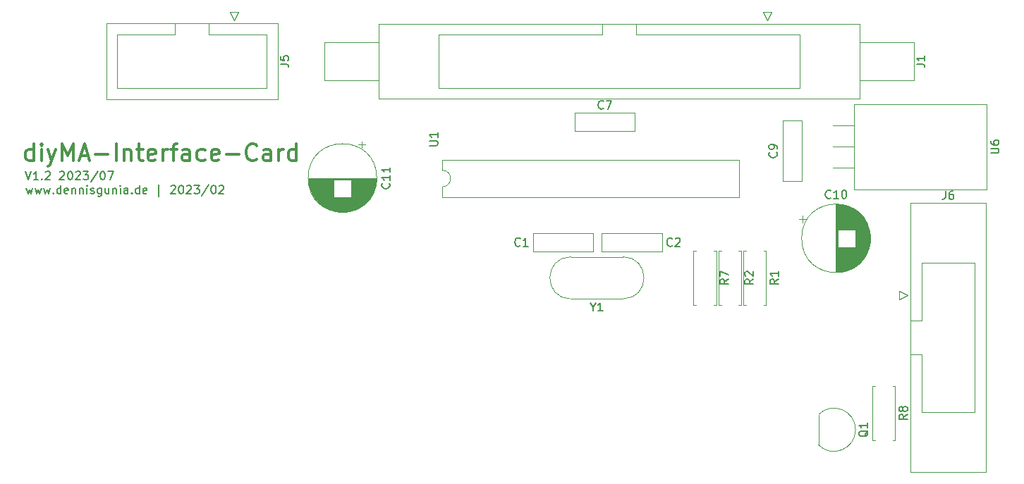
<source format=gbr>
%TF.GenerationSoftware,KiCad,Pcbnew,7.0.5*%
%TF.CreationDate,2023-07-07T19:02:18+02:00*%
%TF.ProjectId,Processor_Board,50726f63-6573-4736-9f72-5f426f617264,rev?*%
%TF.SameCoordinates,Original*%
%TF.FileFunction,Legend,Top*%
%TF.FilePolarity,Positive*%
%FSLAX46Y46*%
G04 Gerber Fmt 4.6, Leading zero omitted, Abs format (unit mm)*
G04 Created by KiCad (PCBNEW 7.0.5) date 2023-07-07 19:02:18*
%MOMM*%
%LPD*%
G01*
G04 APERTURE LIST*
%ADD10C,0.150000*%
%ADD11C,0.300000*%
%ADD12C,0.200000*%
%ADD13C,0.120000*%
G04 APERTURE END LIST*
D10*
X42964286Y-148954819D02*
X43297619Y-149954819D01*
X43297619Y-149954819D02*
X43630952Y-148954819D01*
X44488095Y-149954819D02*
X43916667Y-149954819D01*
X44202381Y-149954819D02*
X44202381Y-148954819D01*
X44202381Y-148954819D02*
X44107143Y-149097676D01*
X44107143Y-149097676D02*
X44011905Y-149192914D01*
X44011905Y-149192914D02*
X43916667Y-149240533D01*
X44916667Y-149859580D02*
X44964286Y-149907200D01*
X44964286Y-149907200D02*
X44916667Y-149954819D01*
X44916667Y-149954819D02*
X44869048Y-149907200D01*
X44869048Y-149907200D02*
X44916667Y-149859580D01*
X44916667Y-149859580D02*
X44916667Y-149954819D01*
X45345238Y-149050057D02*
X45392857Y-149002438D01*
X45392857Y-149002438D02*
X45488095Y-148954819D01*
X45488095Y-148954819D02*
X45726190Y-148954819D01*
X45726190Y-148954819D02*
X45821428Y-149002438D01*
X45821428Y-149002438D02*
X45869047Y-149050057D01*
X45869047Y-149050057D02*
X45916666Y-149145295D01*
X45916666Y-149145295D02*
X45916666Y-149240533D01*
X45916666Y-149240533D02*
X45869047Y-149383390D01*
X45869047Y-149383390D02*
X45297619Y-149954819D01*
X45297619Y-149954819D02*
X45916666Y-149954819D01*
X47059524Y-149050057D02*
X47107143Y-149002438D01*
X47107143Y-149002438D02*
X47202381Y-148954819D01*
X47202381Y-148954819D02*
X47440476Y-148954819D01*
X47440476Y-148954819D02*
X47535714Y-149002438D01*
X47535714Y-149002438D02*
X47583333Y-149050057D01*
X47583333Y-149050057D02*
X47630952Y-149145295D01*
X47630952Y-149145295D02*
X47630952Y-149240533D01*
X47630952Y-149240533D02*
X47583333Y-149383390D01*
X47583333Y-149383390D02*
X47011905Y-149954819D01*
X47011905Y-149954819D02*
X47630952Y-149954819D01*
X48250000Y-148954819D02*
X48345238Y-148954819D01*
X48345238Y-148954819D02*
X48440476Y-149002438D01*
X48440476Y-149002438D02*
X48488095Y-149050057D01*
X48488095Y-149050057D02*
X48535714Y-149145295D01*
X48535714Y-149145295D02*
X48583333Y-149335771D01*
X48583333Y-149335771D02*
X48583333Y-149573866D01*
X48583333Y-149573866D02*
X48535714Y-149764342D01*
X48535714Y-149764342D02*
X48488095Y-149859580D01*
X48488095Y-149859580D02*
X48440476Y-149907200D01*
X48440476Y-149907200D02*
X48345238Y-149954819D01*
X48345238Y-149954819D02*
X48250000Y-149954819D01*
X48250000Y-149954819D02*
X48154762Y-149907200D01*
X48154762Y-149907200D02*
X48107143Y-149859580D01*
X48107143Y-149859580D02*
X48059524Y-149764342D01*
X48059524Y-149764342D02*
X48011905Y-149573866D01*
X48011905Y-149573866D02*
X48011905Y-149335771D01*
X48011905Y-149335771D02*
X48059524Y-149145295D01*
X48059524Y-149145295D02*
X48107143Y-149050057D01*
X48107143Y-149050057D02*
X48154762Y-149002438D01*
X48154762Y-149002438D02*
X48250000Y-148954819D01*
X48964286Y-149050057D02*
X49011905Y-149002438D01*
X49011905Y-149002438D02*
X49107143Y-148954819D01*
X49107143Y-148954819D02*
X49345238Y-148954819D01*
X49345238Y-148954819D02*
X49440476Y-149002438D01*
X49440476Y-149002438D02*
X49488095Y-149050057D01*
X49488095Y-149050057D02*
X49535714Y-149145295D01*
X49535714Y-149145295D02*
X49535714Y-149240533D01*
X49535714Y-149240533D02*
X49488095Y-149383390D01*
X49488095Y-149383390D02*
X48916667Y-149954819D01*
X48916667Y-149954819D02*
X49535714Y-149954819D01*
X49869048Y-148954819D02*
X50488095Y-148954819D01*
X50488095Y-148954819D02*
X50154762Y-149335771D01*
X50154762Y-149335771D02*
X50297619Y-149335771D01*
X50297619Y-149335771D02*
X50392857Y-149383390D01*
X50392857Y-149383390D02*
X50440476Y-149431009D01*
X50440476Y-149431009D02*
X50488095Y-149526247D01*
X50488095Y-149526247D02*
X50488095Y-149764342D01*
X50488095Y-149764342D02*
X50440476Y-149859580D01*
X50440476Y-149859580D02*
X50392857Y-149907200D01*
X50392857Y-149907200D02*
X50297619Y-149954819D01*
X50297619Y-149954819D02*
X50011905Y-149954819D01*
X50011905Y-149954819D02*
X49916667Y-149907200D01*
X49916667Y-149907200D02*
X49869048Y-149859580D01*
X51630952Y-148907200D02*
X50773810Y-150192914D01*
X52154762Y-148954819D02*
X52250000Y-148954819D01*
X52250000Y-148954819D02*
X52345238Y-149002438D01*
X52345238Y-149002438D02*
X52392857Y-149050057D01*
X52392857Y-149050057D02*
X52440476Y-149145295D01*
X52440476Y-149145295D02*
X52488095Y-149335771D01*
X52488095Y-149335771D02*
X52488095Y-149573866D01*
X52488095Y-149573866D02*
X52440476Y-149764342D01*
X52440476Y-149764342D02*
X52392857Y-149859580D01*
X52392857Y-149859580D02*
X52345238Y-149907200D01*
X52345238Y-149907200D02*
X52250000Y-149954819D01*
X52250000Y-149954819D02*
X52154762Y-149954819D01*
X52154762Y-149954819D02*
X52059524Y-149907200D01*
X52059524Y-149907200D02*
X52011905Y-149859580D01*
X52011905Y-149859580D02*
X51964286Y-149764342D01*
X51964286Y-149764342D02*
X51916667Y-149573866D01*
X51916667Y-149573866D02*
X51916667Y-149335771D01*
X51916667Y-149335771D02*
X51964286Y-149145295D01*
X51964286Y-149145295D02*
X52011905Y-149050057D01*
X52011905Y-149050057D02*
X52059524Y-149002438D01*
X52059524Y-149002438D02*
X52154762Y-148954819D01*
X52821429Y-148954819D02*
X53488095Y-148954819D01*
X53488095Y-148954819D02*
X53059524Y-149954819D01*
D11*
X43916666Y-147659638D02*
X43916666Y-145659638D01*
X43916666Y-147564400D02*
X43726190Y-147659638D01*
X43726190Y-147659638D02*
X43345237Y-147659638D01*
X43345237Y-147659638D02*
X43154761Y-147564400D01*
X43154761Y-147564400D02*
X43059523Y-147469161D01*
X43059523Y-147469161D02*
X42964285Y-147278685D01*
X42964285Y-147278685D02*
X42964285Y-146707257D01*
X42964285Y-146707257D02*
X43059523Y-146516780D01*
X43059523Y-146516780D02*
X43154761Y-146421542D01*
X43154761Y-146421542D02*
X43345237Y-146326304D01*
X43345237Y-146326304D02*
X43726190Y-146326304D01*
X43726190Y-146326304D02*
X43916666Y-146421542D01*
X44869047Y-147659638D02*
X44869047Y-146326304D01*
X44869047Y-145659638D02*
X44773809Y-145754876D01*
X44773809Y-145754876D02*
X44869047Y-145850114D01*
X44869047Y-145850114D02*
X44964285Y-145754876D01*
X44964285Y-145754876D02*
X44869047Y-145659638D01*
X44869047Y-145659638D02*
X44869047Y-145850114D01*
X45630952Y-146326304D02*
X46107142Y-147659638D01*
X46583333Y-146326304D02*
X46107142Y-147659638D01*
X46107142Y-147659638D02*
X45916666Y-148135828D01*
X45916666Y-148135828D02*
X45821428Y-148231066D01*
X45821428Y-148231066D02*
X45630952Y-148326304D01*
X47345238Y-147659638D02*
X47345238Y-145659638D01*
X47345238Y-145659638D02*
X48011905Y-147088209D01*
X48011905Y-147088209D02*
X48678571Y-145659638D01*
X48678571Y-145659638D02*
X48678571Y-147659638D01*
X49535714Y-147088209D02*
X50488095Y-147088209D01*
X49345238Y-147659638D02*
X50011904Y-145659638D01*
X50011904Y-145659638D02*
X50678571Y-147659638D01*
X51345238Y-146897733D02*
X52869048Y-146897733D01*
X53821428Y-147659638D02*
X53821428Y-145659638D01*
X54773809Y-146326304D02*
X54773809Y-147659638D01*
X54773809Y-146516780D02*
X54869047Y-146421542D01*
X54869047Y-146421542D02*
X55059523Y-146326304D01*
X55059523Y-146326304D02*
X55345238Y-146326304D01*
X55345238Y-146326304D02*
X55535714Y-146421542D01*
X55535714Y-146421542D02*
X55630952Y-146612019D01*
X55630952Y-146612019D02*
X55630952Y-147659638D01*
X56297619Y-146326304D02*
X57059523Y-146326304D01*
X56583333Y-145659638D02*
X56583333Y-147373923D01*
X56583333Y-147373923D02*
X56678571Y-147564400D01*
X56678571Y-147564400D02*
X56869047Y-147659638D01*
X56869047Y-147659638D02*
X57059523Y-147659638D01*
X58488095Y-147564400D02*
X58297619Y-147659638D01*
X58297619Y-147659638D02*
X57916666Y-147659638D01*
X57916666Y-147659638D02*
X57726190Y-147564400D01*
X57726190Y-147564400D02*
X57630952Y-147373923D01*
X57630952Y-147373923D02*
X57630952Y-146612019D01*
X57630952Y-146612019D02*
X57726190Y-146421542D01*
X57726190Y-146421542D02*
X57916666Y-146326304D01*
X57916666Y-146326304D02*
X58297619Y-146326304D01*
X58297619Y-146326304D02*
X58488095Y-146421542D01*
X58488095Y-146421542D02*
X58583333Y-146612019D01*
X58583333Y-146612019D02*
X58583333Y-146802495D01*
X58583333Y-146802495D02*
X57630952Y-146992971D01*
X59440476Y-147659638D02*
X59440476Y-146326304D01*
X59440476Y-146707257D02*
X59535714Y-146516780D01*
X59535714Y-146516780D02*
X59630952Y-146421542D01*
X59630952Y-146421542D02*
X59821428Y-146326304D01*
X59821428Y-146326304D02*
X60011905Y-146326304D01*
X60392857Y-146326304D02*
X61154761Y-146326304D01*
X60678571Y-147659638D02*
X60678571Y-145945352D01*
X60678571Y-145945352D02*
X60773809Y-145754876D01*
X60773809Y-145754876D02*
X60964285Y-145659638D01*
X60964285Y-145659638D02*
X61154761Y-145659638D01*
X62678571Y-147659638D02*
X62678571Y-146612019D01*
X62678571Y-146612019D02*
X62583333Y-146421542D01*
X62583333Y-146421542D02*
X62392857Y-146326304D01*
X62392857Y-146326304D02*
X62011904Y-146326304D01*
X62011904Y-146326304D02*
X61821428Y-146421542D01*
X62678571Y-147564400D02*
X62488095Y-147659638D01*
X62488095Y-147659638D02*
X62011904Y-147659638D01*
X62011904Y-147659638D02*
X61821428Y-147564400D01*
X61821428Y-147564400D02*
X61726190Y-147373923D01*
X61726190Y-147373923D02*
X61726190Y-147183447D01*
X61726190Y-147183447D02*
X61821428Y-146992971D01*
X61821428Y-146992971D02*
X62011904Y-146897733D01*
X62011904Y-146897733D02*
X62488095Y-146897733D01*
X62488095Y-146897733D02*
X62678571Y-146802495D01*
X64488095Y-147564400D02*
X64297619Y-147659638D01*
X64297619Y-147659638D02*
X63916666Y-147659638D01*
X63916666Y-147659638D02*
X63726190Y-147564400D01*
X63726190Y-147564400D02*
X63630952Y-147469161D01*
X63630952Y-147469161D02*
X63535714Y-147278685D01*
X63535714Y-147278685D02*
X63535714Y-146707257D01*
X63535714Y-146707257D02*
X63630952Y-146516780D01*
X63630952Y-146516780D02*
X63726190Y-146421542D01*
X63726190Y-146421542D02*
X63916666Y-146326304D01*
X63916666Y-146326304D02*
X64297619Y-146326304D01*
X64297619Y-146326304D02*
X64488095Y-146421542D01*
X66107143Y-147564400D02*
X65916667Y-147659638D01*
X65916667Y-147659638D02*
X65535714Y-147659638D01*
X65535714Y-147659638D02*
X65345238Y-147564400D01*
X65345238Y-147564400D02*
X65250000Y-147373923D01*
X65250000Y-147373923D02*
X65250000Y-146612019D01*
X65250000Y-146612019D02*
X65345238Y-146421542D01*
X65345238Y-146421542D02*
X65535714Y-146326304D01*
X65535714Y-146326304D02*
X65916667Y-146326304D01*
X65916667Y-146326304D02*
X66107143Y-146421542D01*
X66107143Y-146421542D02*
X66202381Y-146612019D01*
X66202381Y-146612019D02*
X66202381Y-146802495D01*
X66202381Y-146802495D02*
X65250000Y-146992971D01*
X67059524Y-146897733D02*
X68583334Y-146897733D01*
X70678571Y-147469161D02*
X70583333Y-147564400D01*
X70583333Y-147564400D02*
X70297619Y-147659638D01*
X70297619Y-147659638D02*
X70107143Y-147659638D01*
X70107143Y-147659638D02*
X69821428Y-147564400D01*
X69821428Y-147564400D02*
X69630952Y-147373923D01*
X69630952Y-147373923D02*
X69535714Y-147183447D01*
X69535714Y-147183447D02*
X69440476Y-146802495D01*
X69440476Y-146802495D02*
X69440476Y-146516780D01*
X69440476Y-146516780D02*
X69535714Y-146135828D01*
X69535714Y-146135828D02*
X69630952Y-145945352D01*
X69630952Y-145945352D02*
X69821428Y-145754876D01*
X69821428Y-145754876D02*
X70107143Y-145659638D01*
X70107143Y-145659638D02*
X70297619Y-145659638D01*
X70297619Y-145659638D02*
X70583333Y-145754876D01*
X70583333Y-145754876D02*
X70678571Y-145850114D01*
X72392857Y-147659638D02*
X72392857Y-146612019D01*
X72392857Y-146612019D02*
X72297619Y-146421542D01*
X72297619Y-146421542D02*
X72107143Y-146326304D01*
X72107143Y-146326304D02*
X71726190Y-146326304D01*
X71726190Y-146326304D02*
X71535714Y-146421542D01*
X72392857Y-147564400D02*
X72202381Y-147659638D01*
X72202381Y-147659638D02*
X71726190Y-147659638D01*
X71726190Y-147659638D02*
X71535714Y-147564400D01*
X71535714Y-147564400D02*
X71440476Y-147373923D01*
X71440476Y-147373923D02*
X71440476Y-147183447D01*
X71440476Y-147183447D02*
X71535714Y-146992971D01*
X71535714Y-146992971D02*
X71726190Y-146897733D01*
X71726190Y-146897733D02*
X72202381Y-146897733D01*
X72202381Y-146897733D02*
X72392857Y-146802495D01*
X73345238Y-147659638D02*
X73345238Y-146326304D01*
X73345238Y-146707257D02*
X73440476Y-146516780D01*
X73440476Y-146516780D02*
X73535714Y-146421542D01*
X73535714Y-146421542D02*
X73726190Y-146326304D01*
X73726190Y-146326304D02*
X73916667Y-146326304D01*
X75440476Y-147659638D02*
X75440476Y-145659638D01*
X75440476Y-147564400D02*
X75250000Y-147659638D01*
X75250000Y-147659638D02*
X74869047Y-147659638D01*
X74869047Y-147659638D02*
X74678571Y-147564400D01*
X74678571Y-147564400D02*
X74583333Y-147469161D01*
X74583333Y-147469161D02*
X74488095Y-147278685D01*
X74488095Y-147278685D02*
X74488095Y-146707257D01*
X74488095Y-146707257D02*
X74583333Y-146516780D01*
X74583333Y-146516780D02*
X74678571Y-146421542D01*
X74678571Y-146421542D02*
X74869047Y-146326304D01*
X74869047Y-146326304D02*
X75250000Y-146326304D01*
X75250000Y-146326304D02*
X75440476Y-146421542D01*
D12*
X43049048Y-150965552D02*
X43239524Y-151632219D01*
X43239524Y-151632219D02*
X43430000Y-151156028D01*
X43430000Y-151156028D02*
X43620476Y-151632219D01*
X43620476Y-151632219D02*
X43810952Y-150965552D01*
X44096667Y-150965552D02*
X44287143Y-151632219D01*
X44287143Y-151632219D02*
X44477619Y-151156028D01*
X44477619Y-151156028D02*
X44668095Y-151632219D01*
X44668095Y-151632219D02*
X44858571Y-150965552D01*
X45144286Y-150965552D02*
X45334762Y-151632219D01*
X45334762Y-151632219D02*
X45525238Y-151156028D01*
X45525238Y-151156028D02*
X45715714Y-151632219D01*
X45715714Y-151632219D02*
X45906190Y-150965552D01*
X46287143Y-151536980D02*
X46334762Y-151584600D01*
X46334762Y-151584600D02*
X46287143Y-151632219D01*
X46287143Y-151632219D02*
X46239524Y-151584600D01*
X46239524Y-151584600D02*
X46287143Y-151536980D01*
X46287143Y-151536980D02*
X46287143Y-151632219D01*
X47191904Y-151632219D02*
X47191904Y-150632219D01*
X47191904Y-151584600D02*
X47096666Y-151632219D01*
X47096666Y-151632219D02*
X46906190Y-151632219D01*
X46906190Y-151632219D02*
X46810952Y-151584600D01*
X46810952Y-151584600D02*
X46763333Y-151536980D01*
X46763333Y-151536980D02*
X46715714Y-151441742D01*
X46715714Y-151441742D02*
X46715714Y-151156028D01*
X46715714Y-151156028D02*
X46763333Y-151060790D01*
X46763333Y-151060790D02*
X46810952Y-151013171D01*
X46810952Y-151013171D02*
X46906190Y-150965552D01*
X46906190Y-150965552D02*
X47096666Y-150965552D01*
X47096666Y-150965552D02*
X47191904Y-151013171D01*
X48049047Y-151584600D02*
X47953809Y-151632219D01*
X47953809Y-151632219D02*
X47763333Y-151632219D01*
X47763333Y-151632219D02*
X47668095Y-151584600D01*
X47668095Y-151584600D02*
X47620476Y-151489361D01*
X47620476Y-151489361D02*
X47620476Y-151108409D01*
X47620476Y-151108409D02*
X47668095Y-151013171D01*
X47668095Y-151013171D02*
X47763333Y-150965552D01*
X47763333Y-150965552D02*
X47953809Y-150965552D01*
X47953809Y-150965552D02*
X48049047Y-151013171D01*
X48049047Y-151013171D02*
X48096666Y-151108409D01*
X48096666Y-151108409D02*
X48096666Y-151203647D01*
X48096666Y-151203647D02*
X47620476Y-151298885D01*
X48525238Y-150965552D02*
X48525238Y-151632219D01*
X48525238Y-151060790D02*
X48572857Y-151013171D01*
X48572857Y-151013171D02*
X48668095Y-150965552D01*
X48668095Y-150965552D02*
X48810952Y-150965552D01*
X48810952Y-150965552D02*
X48906190Y-151013171D01*
X48906190Y-151013171D02*
X48953809Y-151108409D01*
X48953809Y-151108409D02*
X48953809Y-151632219D01*
X49430000Y-150965552D02*
X49430000Y-151632219D01*
X49430000Y-151060790D02*
X49477619Y-151013171D01*
X49477619Y-151013171D02*
X49572857Y-150965552D01*
X49572857Y-150965552D02*
X49715714Y-150965552D01*
X49715714Y-150965552D02*
X49810952Y-151013171D01*
X49810952Y-151013171D02*
X49858571Y-151108409D01*
X49858571Y-151108409D02*
X49858571Y-151632219D01*
X50334762Y-151632219D02*
X50334762Y-150965552D01*
X50334762Y-150632219D02*
X50287143Y-150679838D01*
X50287143Y-150679838D02*
X50334762Y-150727457D01*
X50334762Y-150727457D02*
X50382381Y-150679838D01*
X50382381Y-150679838D02*
X50334762Y-150632219D01*
X50334762Y-150632219D02*
X50334762Y-150727457D01*
X50763333Y-151584600D02*
X50858571Y-151632219D01*
X50858571Y-151632219D02*
X51049047Y-151632219D01*
X51049047Y-151632219D02*
X51144285Y-151584600D01*
X51144285Y-151584600D02*
X51191904Y-151489361D01*
X51191904Y-151489361D02*
X51191904Y-151441742D01*
X51191904Y-151441742D02*
X51144285Y-151346504D01*
X51144285Y-151346504D02*
X51049047Y-151298885D01*
X51049047Y-151298885D02*
X50906190Y-151298885D01*
X50906190Y-151298885D02*
X50810952Y-151251266D01*
X50810952Y-151251266D02*
X50763333Y-151156028D01*
X50763333Y-151156028D02*
X50763333Y-151108409D01*
X50763333Y-151108409D02*
X50810952Y-151013171D01*
X50810952Y-151013171D02*
X50906190Y-150965552D01*
X50906190Y-150965552D02*
X51049047Y-150965552D01*
X51049047Y-150965552D02*
X51144285Y-151013171D01*
X52049047Y-150965552D02*
X52049047Y-151775076D01*
X52049047Y-151775076D02*
X52001428Y-151870314D01*
X52001428Y-151870314D02*
X51953809Y-151917933D01*
X51953809Y-151917933D02*
X51858571Y-151965552D01*
X51858571Y-151965552D02*
X51715714Y-151965552D01*
X51715714Y-151965552D02*
X51620476Y-151917933D01*
X52049047Y-151584600D02*
X51953809Y-151632219D01*
X51953809Y-151632219D02*
X51763333Y-151632219D01*
X51763333Y-151632219D02*
X51668095Y-151584600D01*
X51668095Y-151584600D02*
X51620476Y-151536980D01*
X51620476Y-151536980D02*
X51572857Y-151441742D01*
X51572857Y-151441742D02*
X51572857Y-151156028D01*
X51572857Y-151156028D02*
X51620476Y-151060790D01*
X51620476Y-151060790D02*
X51668095Y-151013171D01*
X51668095Y-151013171D02*
X51763333Y-150965552D01*
X51763333Y-150965552D02*
X51953809Y-150965552D01*
X51953809Y-150965552D02*
X52049047Y-151013171D01*
X52953809Y-150965552D02*
X52953809Y-151632219D01*
X52525238Y-150965552D02*
X52525238Y-151489361D01*
X52525238Y-151489361D02*
X52572857Y-151584600D01*
X52572857Y-151584600D02*
X52668095Y-151632219D01*
X52668095Y-151632219D02*
X52810952Y-151632219D01*
X52810952Y-151632219D02*
X52906190Y-151584600D01*
X52906190Y-151584600D02*
X52953809Y-151536980D01*
X53430000Y-150965552D02*
X53430000Y-151632219D01*
X53430000Y-151060790D02*
X53477619Y-151013171D01*
X53477619Y-151013171D02*
X53572857Y-150965552D01*
X53572857Y-150965552D02*
X53715714Y-150965552D01*
X53715714Y-150965552D02*
X53810952Y-151013171D01*
X53810952Y-151013171D02*
X53858571Y-151108409D01*
X53858571Y-151108409D02*
X53858571Y-151632219D01*
X54334762Y-151632219D02*
X54334762Y-150965552D01*
X54334762Y-150632219D02*
X54287143Y-150679838D01*
X54287143Y-150679838D02*
X54334762Y-150727457D01*
X54334762Y-150727457D02*
X54382381Y-150679838D01*
X54382381Y-150679838D02*
X54334762Y-150632219D01*
X54334762Y-150632219D02*
X54334762Y-150727457D01*
X55239523Y-151632219D02*
X55239523Y-151108409D01*
X55239523Y-151108409D02*
X55191904Y-151013171D01*
X55191904Y-151013171D02*
X55096666Y-150965552D01*
X55096666Y-150965552D02*
X54906190Y-150965552D01*
X54906190Y-150965552D02*
X54810952Y-151013171D01*
X55239523Y-151584600D02*
X55144285Y-151632219D01*
X55144285Y-151632219D02*
X54906190Y-151632219D01*
X54906190Y-151632219D02*
X54810952Y-151584600D01*
X54810952Y-151584600D02*
X54763333Y-151489361D01*
X54763333Y-151489361D02*
X54763333Y-151394123D01*
X54763333Y-151394123D02*
X54810952Y-151298885D01*
X54810952Y-151298885D02*
X54906190Y-151251266D01*
X54906190Y-151251266D02*
X55144285Y-151251266D01*
X55144285Y-151251266D02*
X55239523Y-151203647D01*
X55715714Y-151536980D02*
X55763333Y-151584600D01*
X55763333Y-151584600D02*
X55715714Y-151632219D01*
X55715714Y-151632219D02*
X55668095Y-151584600D01*
X55668095Y-151584600D02*
X55715714Y-151536980D01*
X55715714Y-151536980D02*
X55715714Y-151632219D01*
X56620475Y-151632219D02*
X56620475Y-150632219D01*
X56620475Y-151584600D02*
X56525237Y-151632219D01*
X56525237Y-151632219D02*
X56334761Y-151632219D01*
X56334761Y-151632219D02*
X56239523Y-151584600D01*
X56239523Y-151584600D02*
X56191904Y-151536980D01*
X56191904Y-151536980D02*
X56144285Y-151441742D01*
X56144285Y-151441742D02*
X56144285Y-151156028D01*
X56144285Y-151156028D02*
X56191904Y-151060790D01*
X56191904Y-151060790D02*
X56239523Y-151013171D01*
X56239523Y-151013171D02*
X56334761Y-150965552D01*
X56334761Y-150965552D02*
X56525237Y-150965552D01*
X56525237Y-150965552D02*
X56620475Y-151013171D01*
X57477618Y-151584600D02*
X57382380Y-151632219D01*
X57382380Y-151632219D02*
X57191904Y-151632219D01*
X57191904Y-151632219D02*
X57096666Y-151584600D01*
X57096666Y-151584600D02*
X57049047Y-151489361D01*
X57049047Y-151489361D02*
X57049047Y-151108409D01*
X57049047Y-151108409D02*
X57096666Y-151013171D01*
X57096666Y-151013171D02*
X57191904Y-150965552D01*
X57191904Y-150965552D02*
X57382380Y-150965552D01*
X57382380Y-150965552D02*
X57477618Y-151013171D01*
X57477618Y-151013171D02*
X57525237Y-151108409D01*
X57525237Y-151108409D02*
X57525237Y-151203647D01*
X57525237Y-151203647D02*
X57049047Y-151298885D01*
X58953809Y-151965552D02*
X58953809Y-150536980D01*
X60382381Y-150727457D02*
X60430000Y-150679838D01*
X60430000Y-150679838D02*
X60525238Y-150632219D01*
X60525238Y-150632219D02*
X60763333Y-150632219D01*
X60763333Y-150632219D02*
X60858571Y-150679838D01*
X60858571Y-150679838D02*
X60906190Y-150727457D01*
X60906190Y-150727457D02*
X60953809Y-150822695D01*
X60953809Y-150822695D02*
X60953809Y-150917933D01*
X60953809Y-150917933D02*
X60906190Y-151060790D01*
X60906190Y-151060790D02*
X60334762Y-151632219D01*
X60334762Y-151632219D02*
X60953809Y-151632219D01*
X61572857Y-150632219D02*
X61668095Y-150632219D01*
X61668095Y-150632219D02*
X61763333Y-150679838D01*
X61763333Y-150679838D02*
X61810952Y-150727457D01*
X61810952Y-150727457D02*
X61858571Y-150822695D01*
X61858571Y-150822695D02*
X61906190Y-151013171D01*
X61906190Y-151013171D02*
X61906190Y-151251266D01*
X61906190Y-151251266D02*
X61858571Y-151441742D01*
X61858571Y-151441742D02*
X61810952Y-151536980D01*
X61810952Y-151536980D02*
X61763333Y-151584600D01*
X61763333Y-151584600D02*
X61668095Y-151632219D01*
X61668095Y-151632219D02*
X61572857Y-151632219D01*
X61572857Y-151632219D02*
X61477619Y-151584600D01*
X61477619Y-151584600D02*
X61430000Y-151536980D01*
X61430000Y-151536980D02*
X61382381Y-151441742D01*
X61382381Y-151441742D02*
X61334762Y-151251266D01*
X61334762Y-151251266D02*
X61334762Y-151013171D01*
X61334762Y-151013171D02*
X61382381Y-150822695D01*
X61382381Y-150822695D02*
X61430000Y-150727457D01*
X61430000Y-150727457D02*
X61477619Y-150679838D01*
X61477619Y-150679838D02*
X61572857Y-150632219D01*
X62287143Y-150727457D02*
X62334762Y-150679838D01*
X62334762Y-150679838D02*
X62430000Y-150632219D01*
X62430000Y-150632219D02*
X62668095Y-150632219D01*
X62668095Y-150632219D02*
X62763333Y-150679838D01*
X62763333Y-150679838D02*
X62810952Y-150727457D01*
X62810952Y-150727457D02*
X62858571Y-150822695D01*
X62858571Y-150822695D02*
X62858571Y-150917933D01*
X62858571Y-150917933D02*
X62810952Y-151060790D01*
X62810952Y-151060790D02*
X62239524Y-151632219D01*
X62239524Y-151632219D02*
X62858571Y-151632219D01*
X63191905Y-150632219D02*
X63810952Y-150632219D01*
X63810952Y-150632219D02*
X63477619Y-151013171D01*
X63477619Y-151013171D02*
X63620476Y-151013171D01*
X63620476Y-151013171D02*
X63715714Y-151060790D01*
X63715714Y-151060790D02*
X63763333Y-151108409D01*
X63763333Y-151108409D02*
X63810952Y-151203647D01*
X63810952Y-151203647D02*
X63810952Y-151441742D01*
X63810952Y-151441742D02*
X63763333Y-151536980D01*
X63763333Y-151536980D02*
X63715714Y-151584600D01*
X63715714Y-151584600D02*
X63620476Y-151632219D01*
X63620476Y-151632219D02*
X63334762Y-151632219D01*
X63334762Y-151632219D02*
X63239524Y-151584600D01*
X63239524Y-151584600D02*
X63191905Y-151536980D01*
X64953809Y-150584600D02*
X64096667Y-151870314D01*
X65477619Y-150632219D02*
X65572857Y-150632219D01*
X65572857Y-150632219D02*
X65668095Y-150679838D01*
X65668095Y-150679838D02*
X65715714Y-150727457D01*
X65715714Y-150727457D02*
X65763333Y-150822695D01*
X65763333Y-150822695D02*
X65810952Y-151013171D01*
X65810952Y-151013171D02*
X65810952Y-151251266D01*
X65810952Y-151251266D02*
X65763333Y-151441742D01*
X65763333Y-151441742D02*
X65715714Y-151536980D01*
X65715714Y-151536980D02*
X65668095Y-151584600D01*
X65668095Y-151584600D02*
X65572857Y-151632219D01*
X65572857Y-151632219D02*
X65477619Y-151632219D01*
X65477619Y-151632219D02*
X65382381Y-151584600D01*
X65382381Y-151584600D02*
X65334762Y-151536980D01*
X65334762Y-151536980D02*
X65287143Y-151441742D01*
X65287143Y-151441742D02*
X65239524Y-151251266D01*
X65239524Y-151251266D02*
X65239524Y-151013171D01*
X65239524Y-151013171D02*
X65287143Y-150822695D01*
X65287143Y-150822695D02*
X65334762Y-150727457D01*
X65334762Y-150727457D02*
X65382381Y-150679838D01*
X65382381Y-150679838D02*
X65477619Y-150632219D01*
X66191905Y-150727457D02*
X66239524Y-150679838D01*
X66239524Y-150679838D02*
X66334762Y-150632219D01*
X66334762Y-150632219D02*
X66572857Y-150632219D01*
X66572857Y-150632219D02*
X66668095Y-150679838D01*
X66668095Y-150679838D02*
X66715714Y-150727457D01*
X66715714Y-150727457D02*
X66763333Y-150822695D01*
X66763333Y-150822695D02*
X66763333Y-150917933D01*
X66763333Y-150917933D02*
X66715714Y-151060790D01*
X66715714Y-151060790D02*
X66144286Y-151632219D01*
X66144286Y-151632219D02*
X66763333Y-151632219D01*
D10*
%TO.C,R2*%
X130324819Y-161916666D02*
X129848628Y-162249999D01*
X130324819Y-162488094D02*
X129324819Y-162488094D01*
X129324819Y-162488094D02*
X129324819Y-162107142D01*
X129324819Y-162107142D02*
X129372438Y-162011904D01*
X129372438Y-162011904D02*
X129420057Y-161964285D01*
X129420057Y-161964285D02*
X129515295Y-161916666D01*
X129515295Y-161916666D02*
X129658152Y-161916666D01*
X129658152Y-161916666D02*
X129753390Y-161964285D01*
X129753390Y-161964285D02*
X129801009Y-162011904D01*
X129801009Y-162011904D02*
X129848628Y-162107142D01*
X129848628Y-162107142D02*
X129848628Y-162488094D01*
X129420057Y-161535713D02*
X129372438Y-161488094D01*
X129372438Y-161488094D02*
X129324819Y-161392856D01*
X129324819Y-161392856D02*
X129324819Y-161154761D01*
X129324819Y-161154761D02*
X129372438Y-161059523D01*
X129372438Y-161059523D02*
X129420057Y-161011904D01*
X129420057Y-161011904D02*
X129515295Y-160964285D01*
X129515295Y-160964285D02*
X129610533Y-160964285D01*
X129610533Y-160964285D02*
X129753390Y-161011904D01*
X129753390Y-161011904D02*
X130324819Y-161583332D01*
X130324819Y-161583332D02*
X130324819Y-160964285D01*
%TO.C,R8*%
X148824819Y-178166666D02*
X148348628Y-178499999D01*
X148824819Y-178738094D02*
X147824819Y-178738094D01*
X147824819Y-178738094D02*
X147824819Y-178357142D01*
X147824819Y-178357142D02*
X147872438Y-178261904D01*
X147872438Y-178261904D02*
X147920057Y-178214285D01*
X147920057Y-178214285D02*
X148015295Y-178166666D01*
X148015295Y-178166666D02*
X148158152Y-178166666D01*
X148158152Y-178166666D02*
X148253390Y-178214285D01*
X148253390Y-178214285D02*
X148301009Y-178261904D01*
X148301009Y-178261904D02*
X148348628Y-178357142D01*
X148348628Y-178357142D02*
X148348628Y-178738094D01*
X148253390Y-177595237D02*
X148205771Y-177690475D01*
X148205771Y-177690475D02*
X148158152Y-177738094D01*
X148158152Y-177738094D02*
X148062914Y-177785713D01*
X148062914Y-177785713D02*
X148015295Y-177785713D01*
X148015295Y-177785713D02*
X147920057Y-177738094D01*
X147920057Y-177738094D02*
X147872438Y-177690475D01*
X147872438Y-177690475D02*
X147824819Y-177595237D01*
X147824819Y-177595237D02*
X147824819Y-177404761D01*
X147824819Y-177404761D02*
X147872438Y-177309523D01*
X147872438Y-177309523D02*
X147920057Y-177261904D01*
X147920057Y-177261904D02*
X148015295Y-177214285D01*
X148015295Y-177214285D02*
X148062914Y-177214285D01*
X148062914Y-177214285D02*
X148158152Y-177261904D01*
X148158152Y-177261904D02*
X148205771Y-177309523D01*
X148205771Y-177309523D02*
X148253390Y-177404761D01*
X148253390Y-177404761D02*
X148253390Y-177595237D01*
X148253390Y-177595237D02*
X148301009Y-177690475D01*
X148301009Y-177690475D02*
X148348628Y-177738094D01*
X148348628Y-177738094D02*
X148443866Y-177785713D01*
X148443866Y-177785713D02*
X148634342Y-177785713D01*
X148634342Y-177785713D02*
X148729580Y-177738094D01*
X148729580Y-177738094D02*
X148777200Y-177690475D01*
X148777200Y-177690475D02*
X148824819Y-177595237D01*
X148824819Y-177595237D02*
X148824819Y-177404761D01*
X148824819Y-177404761D02*
X148777200Y-177309523D01*
X148777200Y-177309523D02*
X148729580Y-177261904D01*
X148729580Y-177261904D02*
X148634342Y-177214285D01*
X148634342Y-177214285D02*
X148443866Y-177214285D01*
X148443866Y-177214285D02*
X148348628Y-177261904D01*
X148348628Y-177261904D02*
X148301009Y-177309523D01*
X148301009Y-177309523D02*
X148253390Y-177404761D01*
%TO.C,R7*%
X127324819Y-161916666D02*
X126848628Y-162249999D01*
X127324819Y-162488094D02*
X126324819Y-162488094D01*
X126324819Y-162488094D02*
X126324819Y-162107142D01*
X126324819Y-162107142D02*
X126372438Y-162011904D01*
X126372438Y-162011904D02*
X126420057Y-161964285D01*
X126420057Y-161964285D02*
X126515295Y-161916666D01*
X126515295Y-161916666D02*
X126658152Y-161916666D01*
X126658152Y-161916666D02*
X126753390Y-161964285D01*
X126753390Y-161964285D02*
X126801009Y-162011904D01*
X126801009Y-162011904D02*
X126848628Y-162107142D01*
X126848628Y-162107142D02*
X126848628Y-162488094D01*
X126324819Y-161583332D02*
X126324819Y-160916666D01*
X126324819Y-160916666D02*
X127324819Y-161345237D01*
%TO.C,R1*%
X133324819Y-161916666D02*
X132848628Y-162249999D01*
X133324819Y-162488094D02*
X132324819Y-162488094D01*
X132324819Y-162488094D02*
X132324819Y-162107142D01*
X132324819Y-162107142D02*
X132372438Y-162011904D01*
X132372438Y-162011904D02*
X132420057Y-161964285D01*
X132420057Y-161964285D02*
X132515295Y-161916666D01*
X132515295Y-161916666D02*
X132658152Y-161916666D01*
X132658152Y-161916666D02*
X132753390Y-161964285D01*
X132753390Y-161964285D02*
X132801009Y-162011904D01*
X132801009Y-162011904D02*
X132848628Y-162107142D01*
X132848628Y-162107142D02*
X132848628Y-162488094D01*
X133324819Y-160964285D02*
X133324819Y-161535713D01*
X133324819Y-161249999D02*
X132324819Y-161249999D01*
X132324819Y-161249999D02*
X132467676Y-161345237D01*
X132467676Y-161345237D02*
X132562914Y-161440475D01*
X132562914Y-161440475D02*
X132610533Y-161535713D01*
%TO.C,Q1*%
X144110057Y-180095238D02*
X144062438Y-180190476D01*
X144062438Y-180190476D02*
X143967200Y-180285714D01*
X143967200Y-180285714D02*
X143824342Y-180428571D01*
X143824342Y-180428571D02*
X143776723Y-180523809D01*
X143776723Y-180523809D02*
X143776723Y-180619047D01*
X144014819Y-180571428D02*
X143967200Y-180666666D01*
X143967200Y-180666666D02*
X143871961Y-180761904D01*
X143871961Y-180761904D02*
X143681485Y-180809523D01*
X143681485Y-180809523D02*
X143348152Y-180809523D01*
X143348152Y-180809523D02*
X143157676Y-180761904D01*
X143157676Y-180761904D02*
X143062438Y-180666666D01*
X143062438Y-180666666D02*
X143014819Y-180571428D01*
X143014819Y-180571428D02*
X143014819Y-180380952D01*
X143014819Y-180380952D02*
X143062438Y-180285714D01*
X143062438Y-180285714D02*
X143157676Y-180190476D01*
X143157676Y-180190476D02*
X143348152Y-180142857D01*
X143348152Y-180142857D02*
X143681485Y-180142857D01*
X143681485Y-180142857D02*
X143871961Y-180190476D01*
X143871961Y-180190476D02*
X143967200Y-180285714D01*
X143967200Y-180285714D02*
X144014819Y-180380952D01*
X144014819Y-180380952D02*
X144014819Y-180571428D01*
X144014819Y-179190476D02*
X144014819Y-179761904D01*
X144014819Y-179476190D02*
X143014819Y-179476190D01*
X143014819Y-179476190D02*
X143157676Y-179571428D01*
X143157676Y-179571428D02*
X143252914Y-179666666D01*
X143252914Y-179666666D02*
X143300533Y-179761904D01*
%TO.C,C10*%
X139607142Y-152109580D02*
X139559523Y-152157200D01*
X139559523Y-152157200D02*
X139416666Y-152204819D01*
X139416666Y-152204819D02*
X139321428Y-152204819D01*
X139321428Y-152204819D02*
X139178571Y-152157200D01*
X139178571Y-152157200D02*
X139083333Y-152061961D01*
X139083333Y-152061961D02*
X139035714Y-151966723D01*
X139035714Y-151966723D02*
X138988095Y-151776247D01*
X138988095Y-151776247D02*
X138988095Y-151633390D01*
X138988095Y-151633390D02*
X139035714Y-151442914D01*
X139035714Y-151442914D02*
X139083333Y-151347676D01*
X139083333Y-151347676D02*
X139178571Y-151252438D01*
X139178571Y-151252438D02*
X139321428Y-151204819D01*
X139321428Y-151204819D02*
X139416666Y-151204819D01*
X139416666Y-151204819D02*
X139559523Y-151252438D01*
X139559523Y-151252438D02*
X139607142Y-151300057D01*
X140559523Y-152204819D02*
X139988095Y-152204819D01*
X140273809Y-152204819D02*
X140273809Y-151204819D01*
X140273809Y-151204819D02*
X140178571Y-151347676D01*
X140178571Y-151347676D02*
X140083333Y-151442914D01*
X140083333Y-151442914D02*
X139988095Y-151490533D01*
X141178571Y-151204819D02*
X141273809Y-151204819D01*
X141273809Y-151204819D02*
X141369047Y-151252438D01*
X141369047Y-151252438D02*
X141416666Y-151300057D01*
X141416666Y-151300057D02*
X141464285Y-151395295D01*
X141464285Y-151395295D02*
X141511904Y-151585771D01*
X141511904Y-151585771D02*
X141511904Y-151823866D01*
X141511904Y-151823866D02*
X141464285Y-152014342D01*
X141464285Y-152014342D02*
X141416666Y-152109580D01*
X141416666Y-152109580D02*
X141369047Y-152157200D01*
X141369047Y-152157200D02*
X141273809Y-152204819D01*
X141273809Y-152204819D02*
X141178571Y-152204819D01*
X141178571Y-152204819D02*
X141083333Y-152157200D01*
X141083333Y-152157200D02*
X141035714Y-152109580D01*
X141035714Y-152109580D02*
X140988095Y-152014342D01*
X140988095Y-152014342D02*
X140940476Y-151823866D01*
X140940476Y-151823866D02*
X140940476Y-151585771D01*
X140940476Y-151585771D02*
X140988095Y-151395295D01*
X140988095Y-151395295D02*
X141035714Y-151300057D01*
X141035714Y-151300057D02*
X141083333Y-151252438D01*
X141083333Y-151252438D02*
X141178571Y-151204819D01*
%TO.C,C9*%
X133109580Y-146666666D02*
X133157200Y-146714285D01*
X133157200Y-146714285D02*
X133204819Y-146857142D01*
X133204819Y-146857142D02*
X133204819Y-146952380D01*
X133204819Y-146952380D02*
X133157200Y-147095237D01*
X133157200Y-147095237D02*
X133061961Y-147190475D01*
X133061961Y-147190475D02*
X132966723Y-147238094D01*
X132966723Y-147238094D02*
X132776247Y-147285713D01*
X132776247Y-147285713D02*
X132633390Y-147285713D01*
X132633390Y-147285713D02*
X132442914Y-147238094D01*
X132442914Y-147238094D02*
X132347676Y-147190475D01*
X132347676Y-147190475D02*
X132252438Y-147095237D01*
X132252438Y-147095237D02*
X132204819Y-146952380D01*
X132204819Y-146952380D02*
X132204819Y-146857142D01*
X132204819Y-146857142D02*
X132252438Y-146714285D01*
X132252438Y-146714285D02*
X132300057Y-146666666D01*
X133204819Y-146190475D02*
X133204819Y-145999999D01*
X133204819Y-145999999D02*
X133157200Y-145904761D01*
X133157200Y-145904761D02*
X133109580Y-145857142D01*
X133109580Y-145857142D02*
X132966723Y-145761904D01*
X132966723Y-145761904D02*
X132776247Y-145714285D01*
X132776247Y-145714285D02*
X132395295Y-145714285D01*
X132395295Y-145714285D02*
X132300057Y-145761904D01*
X132300057Y-145761904D02*
X132252438Y-145809523D01*
X132252438Y-145809523D02*
X132204819Y-145904761D01*
X132204819Y-145904761D02*
X132204819Y-146095237D01*
X132204819Y-146095237D02*
X132252438Y-146190475D01*
X132252438Y-146190475D02*
X132300057Y-146238094D01*
X132300057Y-146238094D02*
X132395295Y-146285713D01*
X132395295Y-146285713D02*
X132633390Y-146285713D01*
X132633390Y-146285713D02*
X132728628Y-146238094D01*
X132728628Y-146238094D02*
X132776247Y-146190475D01*
X132776247Y-146190475D02*
X132823866Y-146095237D01*
X132823866Y-146095237D02*
X132823866Y-145904761D01*
X132823866Y-145904761D02*
X132776247Y-145809523D01*
X132776247Y-145809523D02*
X132728628Y-145761904D01*
X132728628Y-145761904D02*
X132633390Y-145714285D01*
%TO.C,J1*%
X149924819Y-136063333D02*
X150639104Y-136063333D01*
X150639104Y-136063333D02*
X150781961Y-136110952D01*
X150781961Y-136110952D02*
X150877200Y-136206190D01*
X150877200Y-136206190D02*
X150924819Y-136349047D01*
X150924819Y-136349047D02*
X150924819Y-136444285D01*
X150924819Y-135063333D02*
X150924819Y-135634761D01*
X150924819Y-135349047D02*
X149924819Y-135349047D01*
X149924819Y-135349047D02*
X150067676Y-135444285D01*
X150067676Y-135444285D02*
X150162914Y-135539523D01*
X150162914Y-135539523D02*
X150210533Y-135634761D01*
%TO.C,J6*%
X153396666Y-151324819D02*
X153396666Y-152039104D01*
X153396666Y-152039104D02*
X153349047Y-152181961D01*
X153349047Y-152181961D02*
X153253809Y-152277200D01*
X153253809Y-152277200D02*
X153110952Y-152324819D01*
X153110952Y-152324819D02*
X153015714Y-152324819D01*
X154301428Y-151324819D02*
X154110952Y-151324819D01*
X154110952Y-151324819D02*
X154015714Y-151372438D01*
X154015714Y-151372438D02*
X153968095Y-151420057D01*
X153968095Y-151420057D02*
X153872857Y-151562914D01*
X153872857Y-151562914D02*
X153825238Y-151753390D01*
X153825238Y-151753390D02*
X153825238Y-152134342D01*
X153825238Y-152134342D02*
X153872857Y-152229580D01*
X153872857Y-152229580D02*
X153920476Y-152277200D01*
X153920476Y-152277200D02*
X154015714Y-152324819D01*
X154015714Y-152324819D02*
X154206190Y-152324819D01*
X154206190Y-152324819D02*
X154301428Y-152277200D01*
X154301428Y-152277200D02*
X154349047Y-152229580D01*
X154349047Y-152229580D02*
X154396666Y-152134342D01*
X154396666Y-152134342D02*
X154396666Y-151896247D01*
X154396666Y-151896247D02*
X154349047Y-151801009D01*
X154349047Y-151801009D02*
X154301428Y-151753390D01*
X154301428Y-151753390D02*
X154206190Y-151705771D01*
X154206190Y-151705771D02*
X154015714Y-151705771D01*
X154015714Y-151705771D02*
X153920476Y-151753390D01*
X153920476Y-151753390D02*
X153872857Y-151801009D01*
X153872857Y-151801009D02*
X153825238Y-151896247D01*
%TO.C,Y1*%
X111073809Y-165253628D02*
X111073809Y-165729819D01*
X110740476Y-164729819D02*
X111073809Y-165253628D01*
X111073809Y-165253628D02*
X111407142Y-164729819D01*
X112264285Y-165729819D02*
X111692857Y-165729819D01*
X111978571Y-165729819D02*
X111978571Y-164729819D01*
X111978571Y-164729819D02*
X111883333Y-164872676D01*
X111883333Y-164872676D02*
X111788095Y-164967914D01*
X111788095Y-164967914D02*
X111692857Y-165015533D01*
%TO.C,C2*%
X120583333Y-157859580D02*
X120535714Y-157907200D01*
X120535714Y-157907200D02*
X120392857Y-157954819D01*
X120392857Y-157954819D02*
X120297619Y-157954819D01*
X120297619Y-157954819D02*
X120154762Y-157907200D01*
X120154762Y-157907200D02*
X120059524Y-157811961D01*
X120059524Y-157811961D02*
X120011905Y-157716723D01*
X120011905Y-157716723D02*
X119964286Y-157526247D01*
X119964286Y-157526247D02*
X119964286Y-157383390D01*
X119964286Y-157383390D02*
X120011905Y-157192914D01*
X120011905Y-157192914D02*
X120059524Y-157097676D01*
X120059524Y-157097676D02*
X120154762Y-157002438D01*
X120154762Y-157002438D02*
X120297619Y-156954819D01*
X120297619Y-156954819D02*
X120392857Y-156954819D01*
X120392857Y-156954819D02*
X120535714Y-157002438D01*
X120535714Y-157002438D02*
X120583333Y-157050057D01*
X120964286Y-157050057D02*
X121011905Y-157002438D01*
X121011905Y-157002438D02*
X121107143Y-156954819D01*
X121107143Y-156954819D02*
X121345238Y-156954819D01*
X121345238Y-156954819D02*
X121440476Y-157002438D01*
X121440476Y-157002438D02*
X121488095Y-157050057D01*
X121488095Y-157050057D02*
X121535714Y-157145295D01*
X121535714Y-157145295D02*
X121535714Y-157240533D01*
X121535714Y-157240533D02*
X121488095Y-157383390D01*
X121488095Y-157383390D02*
X120916667Y-157954819D01*
X120916667Y-157954819D02*
X121535714Y-157954819D01*
%TO.C,J5*%
X73554819Y-136063333D02*
X74269104Y-136063333D01*
X74269104Y-136063333D02*
X74411961Y-136110952D01*
X74411961Y-136110952D02*
X74507200Y-136206190D01*
X74507200Y-136206190D02*
X74554819Y-136349047D01*
X74554819Y-136349047D02*
X74554819Y-136444285D01*
X73554819Y-135110952D02*
X73554819Y-135587142D01*
X73554819Y-135587142D02*
X74031009Y-135634761D01*
X74031009Y-135634761D02*
X73983390Y-135587142D01*
X73983390Y-135587142D02*
X73935771Y-135491904D01*
X73935771Y-135491904D02*
X73935771Y-135253809D01*
X73935771Y-135253809D02*
X73983390Y-135158571D01*
X73983390Y-135158571D02*
X74031009Y-135110952D01*
X74031009Y-135110952D02*
X74126247Y-135063333D01*
X74126247Y-135063333D02*
X74364342Y-135063333D01*
X74364342Y-135063333D02*
X74459580Y-135110952D01*
X74459580Y-135110952D02*
X74507200Y-135158571D01*
X74507200Y-135158571D02*
X74554819Y-135253809D01*
X74554819Y-135253809D02*
X74554819Y-135491904D01*
X74554819Y-135491904D02*
X74507200Y-135587142D01*
X74507200Y-135587142D02*
X74459580Y-135634761D01*
%TO.C,C11*%
X86609580Y-150392857D02*
X86657200Y-150440476D01*
X86657200Y-150440476D02*
X86704819Y-150583333D01*
X86704819Y-150583333D02*
X86704819Y-150678571D01*
X86704819Y-150678571D02*
X86657200Y-150821428D01*
X86657200Y-150821428D02*
X86561961Y-150916666D01*
X86561961Y-150916666D02*
X86466723Y-150964285D01*
X86466723Y-150964285D02*
X86276247Y-151011904D01*
X86276247Y-151011904D02*
X86133390Y-151011904D01*
X86133390Y-151011904D02*
X85942914Y-150964285D01*
X85942914Y-150964285D02*
X85847676Y-150916666D01*
X85847676Y-150916666D02*
X85752438Y-150821428D01*
X85752438Y-150821428D02*
X85704819Y-150678571D01*
X85704819Y-150678571D02*
X85704819Y-150583333D01*
X85704819Y-150583333D02*
X85752438Y-150440476D01*
X85752438Y-150440476D02*
X85800057Y-150392857D01*
X86704819Y-149440476D02*
X86704819Y-150011904D01*
X86704819Y-149726190D02*
X85704819Y-149726190D01*
X85704819Y-149726190D02*
X85847676Y-149821428D01*
X85847676Y-149821428D02*
X85942914Y-149916666D01*
X85942914Y-149916666D02*
X85990533Y-150011904D01*
X86704819Y-148488095D02*
X86704819Y-149059523D01*
X86704819Y-148773809D02*
X85704819Y-148773809D01*
X85704819Y-148773809D02*
X85847676Y-148869047D01*
X85847676Y-148869047D02*
X85942914Y-148964285D01*
X85942914Y-148964285D02*
X85990533Y-149059523D01*
%TO.C,C1*%
X102333333Y-157859580D02*
X102285714Y-157907200D01*
X102285714Y-157907200D02*
X102142857Y-157954819D01*
X102142857Y-157954819D02*
X102047619Y-157954819D01*
X102047619Y-157954819D02*
X101904762Y-157907200D01*
X101904762Y-157907200D02*
X101809524Y-157811961D01*
X101809524Y-157811961D02*
X101761905Y-157716723D01*
X101761905Y-157716723D02*
X101714286Y-157526247D01*
X101714286Y-157526247D02*
X101714286Y-157383390D01*
X101714286Y-157383390D02*
X101761905Y-157192914D01*
X101761905Y-157192914D02*
X101809524Y-157097676D01*
X101809524Y-157097676D02*
X101904762Y-157002438D01*
X101904762Y-157002438D02*
X102047619Y-156954819D01*
X102047619Y-156954819D02*
X102142857Y-156954819D01*
X102142857Y-156954819D02*
X102285714Y-157002438D01*
X102285714Y-157002438D02*
X102333333Y-157050057D01*
X103285714Y-157954819D02*
X102714286Y-157954819D01*
X103000000Y-157954819D02*
X103000000Y-156954819D01*
X103000000Y-156954819D02*
X102904762Y-157097676D01*
X102904762Y-157097676D02*
X102809524Y-157192914D01*
X102809524Y-157192914D02*
X102714286Y-157240533D01*
%TO.C,U6*%
X158804819Y-146761904D02*
X159614342Y-146761904D01*
X159614342Y-146761904D02*
X159709580Y-146714285D01*
X159709580Y-146714285D02*
X159757200Y-146666666D01*
X159757200Y-146666666D02*
X159804819Y-146571428D01*
X159804819Y-146571428D02*
X159804819Y-146380952D01*
X159804819Y-146380952D02*
X159757200Y-146285714D01*
X159757200Y-146285714D02*
X159709580Y-146238095D01*
X159709580Y-146238095D02*
X159614342Y-146190476D01*
X159614342Y-146190476D02*
X158804819Y-146190476D01*
X158804819Y-145285714D02*
X158804819Y-145476190D01*
X158804819Y-145476190D02*
X158852438Y-145571428D01*
X158852438Y-145571428D02*
X158900057Y-145619047D01*
X158900057Y-145619047D02*
X159042914Y-145714285D01*
X159042914Y-145714285D02*
X159233390Y-145761904D01*
X159233390Y-145761904D02*
X159614342Y-145761904D01*
X159614342Y-145761904D02*
X159709580Y-145714285D01*
X159709580Y-145714285D02*
X159757200Y-145666666D01*
X159757200Y-145666666D02*
X159804819Y-145571428D01*
X159804819Y-145571428D02*
X159804819Y-145380952D01*
X159804819Y-145380952D02*
X159757200Y-145285714D01*
X159757200Y-145285714D02*
X159709580Y-145238095D01*
X159709580Y-145238095D02*
X159614342Y-145190476D01*
X159614342Y-145190476D02*
X159376247Y-145190476D01*
X159376247Y-145190476D02*
X159281009Y-145238095D01*
X159281009Y-145238095D02*
X159233390Y-145285714D01*
X159233390Y-145285714D02*
X159185771Y-145380952D01*
X159185771Y-145380952D02*
X159185771Y-145571428D01*
X159185771Y-145571428D02*
X159233390Y-145666666D01*
X159233390Y-145666666D02*
X159281009Y-145714285D01*
X159281009Y-145714285D02*
X159376247Y-145761904D01*
%TO.C,U1*%
X91424819Y-145856904D02*
X92234342Y-145856904D01*
X92234342Y-145856904D02*
X92329580Y-145809285D01*
X92329580Y-145809285D02*
X92377200Y-145761666D01*
X92377200Y-145761666D02*
X92424819Y-145666428D01*
X92424819Y-145666428D02*
X92424819Y-145475952D01*
X92424819Y-145475952D02*
X92377200Y-145380714D01*
X92377200Y-145380714D02*
X92329580Y-145333095D01*
X92329580Y-145333095D02*
X92234342Y-145285476D01*
X92234342Y-145285476D02*
X91424819Y-145285476D01*
X92424819Y-144285476D02*
X92424819Y-144856904D01*
X92424819Y-144571190D02*
X91424819Y-144571190D01*
X91424819Y-144571190D02*
X91567676Y-144666428D01*
X91567676Y-144666428D02*
X91662914Y-144761666D01*
X91662914Y-144761666D02*
X91710533Y-144856904D01*
%TO.C,C7*%
X112333333Y-141359580D02*
X112285714Y-141407200D01*
X112285714Y-141407200D02*
X112142857Y-141454819D01*
X112142857Y-141454819D02*
X112047619Y-141454819D01*
X112047619Y-141454819D02*
X111904762Y-141407200D01*
X111904762Y-141407200D02*
X111809524Y-141311961D01*
X111809524Y-141311961D02*
X111761905Y-141216723D01*
X111761905Y-141216723D02*
X111714286Y-141026247D01*
X111714286Y-141026247D02*
X111714286Y-140883390D01*
X111714286Y-140883390D02*
X111761905Y-140692914D01*
X111761905Y-140692914D02*
X111809524Y-140597676D01*
X111809524Y-140597676D02*
X111904762Y-140502438D01*
X111904762Y-140502438D02*
X112047619Y-140454819D01*
X112047619Y-140454819D02*
X112142857Y-140454819D01*
X112142857Y-140454819D02*
X112285714Y-140502438D01*
X112285714Y-140502438D02*
X112333333Y-140550057D01*
X112666667Y-140454819D02*
X113333333Y-140454819D01*
X113333333Y-140454819D02*
X112904762Y-141454819D01*
D13*
%TO.C,R2*%
X126130000Y-165020000D02*
X126460000Y-165020000D01*
X128870000Y-158480000D02*
X128870000Y-165020000D01*
X126130000Y-158480000D02*
X126130000Y-165020000D01*
X126460000Y-158480000D02*
X126130000Y-158480000D01*
X128540000Y-158480000D02*
X128870000Y-158480000D01*
X128870000Y-165020000D02*
X128540000Y-165020000D01*
%TO.C,R8*%
X144630000Y-181270000D02*
X144960000Y-181270000D01*
X147370000Y-174730000D02*
X147370000Y-181270000D01*
X144630000Y-174730000D02*
X144630000Y-181270000D01*
X144960000Y-174730000D02*
X144630000Y-174730000D01*
X147040000Y-174730000D02*
X147370000Y-174730000D01*
X147370000Y-181270000D02*
X147040000Y-181270000D01*
%TO.C,R7*%
X123130000Y-165020000D02*
X123460000Y-165020000D01*
X125870000Y-158480000D02*
X125870000Y-165020000D01*
X123130000Y-158480000D02*
X123130000Y-165020000D01*
X123460000Y-158480000D02*
X123130000Y-158480000D01*
X125540000Y-158480000D02*
X125870000Y-158480000D01*
X125870000Y-165020000D02*
X125540000Y-165020000D01*
%TO.C,R1*%
X129130000Y-165020000D02*
X129460000Y-165020000D01*
X131870000Y-158480000D02*
X131870000Y-165020000D01*
X129130000Y-158480000D02*
X129130000Y-165020000D01*
X129460000Y-158480000D02*
X129130000Y-158480000D01*
X131540000Y-158480000D02*
X131870000Y-158480000D01*
X131870000Y-165020000D02*
X131540000Y-165020000D01*
%TO.C,Q1*%
X138150000Y-178200000D02*
X138150000Y-181800000D01*
X138161522Y-181838478D02*
G75*
G03*
X142600000Y-180000000I1838478J1838478D01*
G01*
X142600000Y-180000000D02*
G75*
G03*
X138161522Y-178161522I-2600000J0D01*
G01*
%TO.C,C10*%
X135840302Y-154685000D02*
X136640302Y-154685000D01*
X136240302Y-154285000D02*
X136240302Y-155085000D01*
X140250000Y-152920000D02*
X140250000Y-161080000D01*
X140290000Y-152920000D02*
X140290000Y-161080000D01*
X140330000Y-152920000D02*
X140330000Y-161080000D01*
X140370000Y-152921000D02*
X140370000Y-161079000D01*
X140410000Y-152923000D02*
X140410000Y-161077000D01*
X140450000Y-152924000D02*
X140450000Y-161076000D01*
X140490000Y-152926000D02*
X140490000Y-155960000D01*
X140490000Y-158040000D02*
X140490000Y-161074000D01*
X140530000Y-152929000D02*
X140530000Y-155960000D01*
X140530000Y-158040000D02*
X140530000Y-161071000D01*
X140570000Y-152932000D02*
X140570000Y-155960000D01*
X140570000Y-158040000D02*
X140570000Y-161068000D01*
X140610000Y-152935000D02*
X140610000Y-155960000D01*
X140610000Y-158040000D02*
X140610000Y-161065000D01*
X140650000Y-152939000D02*
X140650000Y-155960000D01*
X140650000Y-158040000D02*
X140650000Y-161061000D01*
X140690000Y-152943000D02*
X140690000Y-155960000D01*
X140690000Y-158040000D02*
X140690000Y-161057000D01*
X140730000Y-152948000D02*
X140730000Y-155960000D01*
X140730000Y-158040000D02*
X140730000Y-161052000D01*
X140770000Y-152952000D02*
X140770000Y-155960000D01*
X140770000Y-158040000D02*
X140770000Y-161048000D01*
X140810000Y-152958000D02*
X140810000Y-155960000D01*
X140810000Y-158040000D02*
X140810000Y-161042000D01*
X140850000Y-152963000D02*
X140850000Y-155960000D01*
X140850000Y-158040000D02*
X140850000Y-161037000D01*
X140890000Y-152970000D02*
X140890000Y-155960000D01*
X140890000Y-158040000D02*
X140890000Y-161030000D01*
X140930000Y-152976000D02*
X140930000Y-155960000D01*
X140930000Y-158040000D02*
X140930000Y-161024000D01*
X140971000Y-152983000D02*
X140971000Y-155960000D01*
X140971000Y-158040000D02*
X140971000Y-161017000D01*
X141011000Y-152990000D02*
X141011000Y-155960000D01*
X141011000Y-158040000D02*
X141011000Y-161010000D01*
X141051000Y-152998000D02*
X141051000Y-155960000D01*
X141051000Y-158040000D02*
X141051000Y-161002000D01*
X141091000Y-153006000D02*
X141091000Y-155960000D01*
X141091000Y-158040000D02*
X141091000Y-160994000D01*
X141131000Y-153015000D02*
X141131000Y-155960000D01*
X141131000Y-158040000D02*
X141131000Y-160985000D01*
X141171000Y-153024000D02*
X141171000Y-155960000D01*
X141171000Y-158040000D02*
X141171000Y-160976000D01*
X141211000Y-153033000D02*
X141211000Y-155960000D01*
X141211000Y-158040000D02*
X141211000Y-160967000D01*
X141251000Y-153043000D02*
X141251000Y-155960000D01*
X141251000Y-158040000D02*
X141251000Y-160957000D01*
X141291000Y-153053000D02*
X141291000Y-155960000D01*
X141291000Y-158040000D02*
X141291000Y-160947000D01*
X141331000Y-153064000D02*
X141331000Y-155960000D01*
X141331000Y-158040000D02*
X141331000Y-160936000D01*
X141371000Y-153075000D02*
X141371000Y-155960000D01*
X141371000Y-158040000D02*
X141371000Y-160925000D01*
X141411000Y-153086000D02*
X141411000Y-155960000D01*
X141411000Y-158040000D02*
X141411000Y-160914000D01*
X141451000Y-153098000D02*
X141451000Y-155960000D01*
X141451000Y-158040000D02*
X141451000Y-160902000D01*
X141491000Y-153111000D02*
X141491000Y-155960000D01*
X141491000Y-158040000D02*
X141491000Y-160889000D01*
X141531000Y-153123000D02*
X141531000Y-155960000D01*
X141531000Y-158040000D02*
X141531000Y-160877000D01*
X141571000Y-153137000D02*
X141571000Y-155960000D01*
X141571000Y-158040000D02*
X141571000Y-160863000D01*
X141611000Y-153150000D02*
X141611000Y-155960000D01*
X141611000Y-158040000D02*
X141611000Y-160850000D01*
X141651000Y-153165000D02*
X141651000Y-155960000D01*
X141651000Y-158040000D02*
X141651000Y-160835000D01*
X141691000Y-153179000D02*
X141691000Y-155960000D01*
X141691000Y-158040000D02*
X141691000Y-160821000D01*
X141731000Y-153195000D02*
X141731000Y-155960000D01*
X141731000Y-158040000D02*
X141731000Y-160805000D01*
X141771000Y-153210000D02*
X141771000Y-155960000D01*
X141771000Y-158040000D02*
X141771000Y-160790000D01*
X141811000Y-153226000D02*
X141811000Y-155960000D01*
X141811000Y-158040000D02*
X141811000Y-160774000D01*
X141851000Y-153243000D02*
X141851000Y-155960000D01*
X141851000Y-158040000D02*
X141851000Y-160757000D01*
X141891000Y-153260000D02*
X141891000Y-155960000D01*
X141891000Y-158040000D02*
X141891000Y-160740000D01*
X141931000Y-153278000D02*
X141931000Y-155960000D01*
X141931000Y-158040000D02*
X141931000Y-160722000D01*
X141971000Y-153296000D02*
X141971000Y-155960000D01*
X141971000Y-158040000D02*
X141971000Y-160704000D01*
X142011000Y-153314000D02*
X142011000Y-155960000D01*
X142011000Y-158040000D02*
X142011000Y-160686000D01*
X142051000Y-153334000D02*
X142051000Y-155960000D01*
X142051000Y-158040000D02*
X142051000Y-160666000D01*
X142091000Y-153353000D02*
X142091000Y-155960000D01*
X142091000Y-158040000D02*
X142091000Y-160647000D01*
X142131000Y-153373000D02*
X142131000Y-155960000D01*
X142131000Y-158040000D02*
X142131000Y-160627000D01*
X142171000Y-153394000D02*
X142171000Y-155960000D01*
X142171000Y-158040000D02*
X142171000Y-160606000D01*
X142211000Y-153416000D02*
X142211000Y-155960000D01*
X142211000Y-158040000D02*
X142211000Y-160584000D01*
X142251000Y-153438000D02*
X142251000Y-155960000D01*
X142251000Y-158040000D02*
X142251000Y-160562000D01*
X142291000Y-153460000D02*
X142291000Y-155960000D01*
X142291000Y-158040000D02*
X142291000Y-160540000D01*
X142331000Y-153483000D02*
X142331000Y-155960000D01*
X142331000Y-158040000D02*
X142331000Y-160517000D01*
X142371000Y-153507000D02*
X142371000Y-155960000D01*
X142371000Y-158040000D02*
X142371000Y-160493000D01*
X142411000Y-153531000D02*
X142411000Y-155960000D01*
X142411000Y-158040000D02*
X142411000Y-160469000D01*
X142451000Y-153556000D02*
X142451000Y-155960000D01*
X142451000Y-158040000D02*
X142451000Y-160444000D01*
X142491000Y-153582000D02*
X142491000Y-155960000D01*
X142491000Y-158040000D02*
X142491000Y-160418000D01*
X142531000Y-153608000D02*
X142531000Y-155960000D01*
X142531000Y-158040000D02*
X142531000Y-160392000D01*
X142571000Y-153635000D02*
X142571000Y-160365000D01*
X142611000Y-153662000D02*
X142611000Y-160338000D01*
X142651000Y-153691000D02*
X142651000Y-160309000D01*
X142691000Y-153720000D02*
X142691000Y-160280000D01*
X142731000Y-153750000D02*
X142731000Y-160250000D01*
X142771000Y-153780000D02*
X142771000Y-160220000D01*
X142811000Y-153811000D02*
X142811000Y-160189000D01*
X142851000Y-153844000D02*
X142851000Y-160156000D01*
X142891000Y-153876000D02*
X142891000Y-160124000D01*
X142931000Y-153910000D02*
X142931000Y-160090000D01*
X142971000Y-153945000D02*
X142971000Y-160055000D01*
X143011000Y-153981000D02*
X143011000Y-160019000D01*
X143051000Y-154017000D02*
X143051000Y-159983000D01*
X143091000Y-154055000D02*
X143091000Y-159945000D01*
X143131000Y-154093000D02*
X143131000Y-159907000D01*
X143171000Y-154133000D02*
X143171000Y-159867000D01*
X143211000Y-154174000D02*
X143211000Y-159826000D01*
X143251000Y-154216000D02*
X143251000Y-159784000D01*
X143291000Y-154259000D02*
X143291000Y-159741000D01*
X143331000Y-154303000D02*
X143331000Y-159697000D01*
X143371000Y-154349000D02*
X143371000Y-159651000D01*
X143411000Y-154396000D02*
X143411000Y-159604000D01*
X143451000Y-154444000D02*
X143451000Y-159556000D01*
X143491000Y-154495000D02*
X143491000Y-159505000D01*
X143531000Y-154546000D02*
X143531000Y-159454000D01*
X143571000Y-154600000D02*
X143571000Y-159400000D01*
X143611000Y-154655000D02*
X143611000Y-159345000D01*
X143651000Y-154713000D02*
X143651000Y-159287000D01*
X143691000Y-154772000D02*
X143691000Y-159228000D01*
X143731000Y-154834000D02*
X143731000Y-159166000D01*
X143771000Y-154898000D02*
X143771000Y-159102000D01*
X143811000Y-154966000D02*
X143811000Y-159034000D01*
X143851000Y-155036000D02*
X143851000Y-158964000D01*
X143891000Y-155110000D02*
X143891000Y-158890000D01*
X143931000Y-155187000D02*
X143931000Y-158813000D01*
X143971000Y-155269000D02*
X143971000Y-158731000D01*
X144011000Y-155355000D02*
X144011000Y-158645000D01*
X144051000Y-155448000D02*
X144051000Y-158552000D01*
X144091000Y-155547000D02*
X144091000Y-158453000D01*
X144131000Y-155654000D02*
X144131000Y-158346000D01*
X144171000Y-155771000D02*
X144171000Y-158229000D01*
X144211000Y-155902000D02*
X144211000Y-158098000D01*
X144251000Y-156052000D02*
X144251000Y-157948000D01*
X144291000Y-156232000D02*
X144291000Y-157768000D01*
X144331000Y-156467000D02*
X144331000Y-157533000D01*
X144370000Y-157000000D02*
G75*
G03*
X144370000Y-157000000I-4120000J0D01*
G01*
%TO.C,C9*%
X133880000Y-150120000D02*
X136120000Y-150120000D01*
X133880000Y-150120000D02*
X133880000Y-142880000D01*
X136120000Y-150120000D02*
X136120000Y-142880000D01*
X133880000Y-142880000D02*
X136120000Y-142880000D01*
%TO.C,J1*%
X132500000Y-129830000D02*
X131500000Y-129830000D01*
X131500000Y-129830000D02*
X132000000Y-130830000D01*
X132000000Y-130830000D02*
X132500000Y-129830000D01*
X143080000Y-131220000D02*
X143080000Y-140240000D01*
X116270000Y-131220000D02*
X116270000Y-132530000D01*
X85360000Y-131220000D02*
X143080000Y-131220000D01*
X135920000Y-132530000D02*
X135920000Y-138930000D01*
X116270000Y-132530000D02*
X135920000Y-132530000D01*
X112170000Y-132530000D02*
X112170000Y-131220000D01*
X112170000Y-132530000D02*
X112170000Y-132530000D01*
X92520000Y-132530000D02*
X112170000Y-132530000D01*
X149580000Y-133420000D02*
X149580000Y-138040000D01*
X143080000Y-133420000D02*
X149580000Y-133420000D01*
X85360000Y-133420000D02*
X78860000Y-133420000D01*
X78860000Y-133420000D02*
X78860000Y-138040000D01*
X149580000Y-138040000D02*
X143080000Y-138040000D01*
X78860000Y-138040000D02*
X85360000Y-138040000D01*
X135920000Y-138930000D02*
X92520000Y-138930000D01*
X92520000Y-138930000D02*
X92520000Y-132530000D01*
X143080000Y-140240000D02*
X85360000Y-140240000D01*
X85360000Y-140240000D02*
X85360000Y-131220000D01*
%TO.C,J6*%
X147830000Y-163340000D02*
X147830000Y-164340000D01*
X147830000Y-164340000D02*
X148830000Y-163840000D01*
X148830000Y-163840000D02*
X147830000Y-163340000D01*
X149220000Y-152760000D02*
X158240000Y-152760000D01*
X149220000Y-166870000D02*
X150530000Y-166870000D01*
X149220000Y-185080000D02*
X149220000Y-152760000D01*
X150530000Y-159920000D02*
X156930000Y-159920000D01*
X150530000Y-166870000D02*
X150530000Y-159920000D01*
X150530000Y-170970000D02*
X149220000Y-170970000D01*
X150530000Y-170970000D02*
X150530000Y-170970000D01*
X150530000Y-177920000D02*
X150530000Y-170970000D01*
X156930000Y-159920000D02*
X156930000Y-177920000D01*
X156930000Y-177920000D02*
X150530000Y-177920000D01*
X158240000Y-152760000D02*
X158240000Y-185080000D01*
X158240000Y-185080000D02*
X149220000Y-185080000D01*
%TO.C,Y1*%
X108425000Y-159225000D02*
G75*
G03*
X108425000Y-164275000I0J-2525000D01*
G01*
X114675000Y-164275000D02*
G75*
G03*
X114675000Y-159225000I0J2525000D01*
G01*
X114675000Y-159225000D02*
X108425000Y-159225000D01*
X114675000Y-164275000D02*
X108425000Y-164275000D01*
%TO.C,C2*%
X119370000Y-158620000D02*
X119370000Y-156380000D01*
X119370000Y-158620000D02*
X112130000Y-158620000D01*
X119370000Y-156380000D02*
X112130000Y-156380000D01*
X112130000Y-158620000D02*
X112130000Y-156380000D01*
%TO.C,J5*%
X68500000Y-129780000D02*
X67500000Y-129780000D01*
X67500000Y-129780000D02*
X68000000Y-130780000D01*
X68000000Y-130780000D02*
X68500000Y-129780000D01*
X73210000Y-131170000D02*
X73210000Y-140290000D01*
X64970000Y-131170000D02*
X64970000Y-132480000D01*
X52630000Y-131170000D02*
X73210000Y-131170000D01*
X71910000Y-132480000D02*
X71910000Y-138980000D01*
X64970000Y-132480000D02*
X71910000Y-132480000D01*
X60870000Y-132480000D02*
X60870000Y-131170000D01*
X60870000Y-132480000D02*
X60870000Y-132480000D01*
X53930000Y-132480000D02*
X60870000Y-132480000D01*
X71910000Y-138980000D02*
X53930000Y-138980000D01*
X53930000Y-138980000D02*
X53930000Y-132480000D01*
X73210000Y-140290000D02*
X52630000Y-140290000D01*
X52630000Y-140290000D02*
X52630000Y-131170000D01*
%TO.C,C11*%
X83315000Y-145340302D02*
X83315000Y-146140302D01*
X83715000Y-145740302D02*
X82915000Y-145740302D01*
X85080000Y-149750000D02*
X76920000Y-149750000D01*
X85080000Y-149790000D02*
X76920000Y-149790000D01*
X85080000Y-149830000D02*
X76920000Y-149830000D01*
X85079000Y-149870000D02*
X76921000Y-149870000D01*
X85077000Y-149910000D02*
X76923000Y-149910000D01*
X85076000Y-149950000D02*
X76924000Y-149950000D01*
X85074000Y-149990000D02*
X82040000Y-149990000D01*
X79960000Y-149990000D02*
X76926000Y-149990000D01*
X85071000Y-150030000D02*
X82040000Y-150030000D01*
X79960000Y-150030000D02*
X76929000Y-150030000D01*
X85068000Y-150070000D02*
X82040000Y-150070000D01*
X79960000Y-150070000D02*
X76932000Y-150070000D01*
X85065000Y-150110000D02*
X82040000Y-150110000D01*
X79960000Y-150110000D02*
X76935000Y-150110000D01*
X85061000Y-150150000D02*
X82040000Y-150150000D01*
X79960000Y-150150000D02*
X76939000Y-150150000D01*
X85057000Y-150190000D02*
X82040000Y-150190000D01*
X79960000Y-150190000D02*
X76943000Y-150190000D01*
X85052000Y-150230000D02*
X82040000Y-150230000D01*
X79960000Y-150230000D02*
X76948000Y-150230000D01*
X85048000Y-150270000D02*
X82040000Y-150270000D01*
X79960000Y-150270000D02*
X76952000Y-150270000D01*
X85042000Y-150310000D02*
X82040000Y-150310000D01*
X79960000Y-150310000D02*
X76958000Y-150310000D01*
X85037000Y-150350000D02*
X82040000Y-150350000D01*
X79960000Y-150350000D02*
X76963000Y-150350000D01*
X85030000Y-150390000D02*
X82040000Y-150390000D01*
X79960000Y-150390000D02*
X76970000Y-150390000D01*
X85024000Y-150430000D02*
X82040000Y-150430000D01*
X79960000Y-150430000D02*
X76976000Y-150430000D01*
X85017000Y-150471000D02*
X82040000Y-150471000D01*
X79960000Y-150471000D02*
X76983000Y-150471000D01*
X85010000Y-150511000D02*
X82040000Y-150511000D01*
X79960000Y-150511000D02*
X76990000Y-150511000D01*
X85002000Y-150551000D02*
X82040000Y-150551000D01*
X79960000Y-150551000D02*
X76998000Y-150551000D01*
X84994000Y-150591000D02*
X82040000Y-150591000D01*
X79960000Y-150591000D02*
X77006000Y-150591000D01*
X84985000Y-150631000D02*
X82040000Y-150631000D01*
X79960000Y-150631000D02*
X77015000Y-150631000D01*
X84976000Y-150671000D02*
X82040000Y-150671000D01*
X79960000Y-150671000D02*
X77024000Y-150671000D01*
X84967000Y-150711000D02*
X82040000Y-150711000D01*
X79960000Y-150711000D02*
X77033000Y-150711000D01*
X84957000Y-150751000D02*
X82040000Y-150751000D01*
X79960000Y-150751000D02*
X77043000Y-150751000D01*
X84947000Y-150791000D02*
X82040000Y-150791000D01*
X79960000Y-150791000D02*
X77053000Y-150791000D01*
X84936000Y-150831000D02*
X82040000Y-150831000D01*
X79960000Y-150831000D02*
X77064000Y-150831000D01*
X84925000Y-150871000D02*
X82040000Y-150871000D01*
X79960000Y-150871000D02*
X77075000Y-150871000D01*
X84914000Y-150911000D02*
X82040000Y-150911000D01*
X79960000Y-150911000D02*
X77086000Y-150911000D01*
X84902000Y-150951000D02*
X82040000Y-150951000D01*
X79960000Y-150951000D02*
X77098000Y-150951000D01*
X84889000Y-150991000D02*
X82040000Y-150991000D01*
X79960000Y-150991000D02*
X77111000Y-150991000D01*
X84877000Y-151031000D02*
X82040000Y-151031000D01*
X79960000Y-151031000D02*
X77123000Y-151031000D01*
X84863000Y-151071000D02*
X82040000Y-151071000D01*
X79960000Y-151071000D02*
X77137000Y-151071000D01*
X84850000Y-151111000D02*
X82040000Y-151111000D01*
X79960000Y-151111000D02*
X77150000Y-151111000D01*
X84835000Y-151151000D02*
X82040000Y-151151000D01*
X79960000Y-151151000D02*
X77165000Y-151151000D01*
X84821000Y-151191000D02*
X82040000Y-151191000D01*
X79960000Y-151191000D02*
X77179000Y-151191000D01*
X84805000Y-151231000D02*
X82040000Y-151231000D01*
X79960000Y-151231000D02*
X77195000Y-151231000D01*
X84790000Y-151271000D02*
X82040000Y-151271000D01*
X79960000Y-151271000D02*
X77210000Y-151271000D01*
X84774000Y-151311000D02*
X82040000Y-151311000D01*
X79960000Y-151311000D02*
X77226000Y-151311000D01*
X84757000Y-151351000D02*
X82040000Y-151351000D01*
X79960000Y-151351000D02*
X77243000Y-151351000D01*
X84740000Y-151391000D02*
X82040000Y-151391000D01*
X79960000Y-151391000D02*
X77260000Y-151391000D01*
X84722000Y-151431000D02*
X82040000Y-151431000D01*
X79960000Y-151431000D02*
X77278000Y-151431000D01*
X84704000Y-151471000D02*
X82040000Y-151471000D01*
X79960000Y-151471000D02*
X77296000Y-151471000D01*
X84686000Y-151511000D02*
X82040000Y-151511000D01*
X79960000Y-151511000D02*
X77314000Y-151511000D01*
X84666000Y-151551000D02*
X82040000Y-151551000D01*
X79960000Y-151551000D02*
X77334000Y-151551000D01*
X84647000Y-151591000D02*
X82040000Y-151591000D01*
X79960000Y-151591000D02*
X77353000Y-151591000D01*
X84627000Y-151631000D02*
X82040000Y-151631000D01*
X79960000Y-151631000D02*
X77373000Y-151631000D01*
X84606000Y-151671000D02*
X82040000Y-151671000D01*
X79960000Y-151671000D02*
X77394000Y-151671000D01*
X84584000Y-151711000D02*
X82040000Y-151711000D01*
X79960000Y-151711000D02*
X77416000Y-151711000D01*
X84562000Y-151751000D02*
X82040000Y-151751000D01*
X79960000Y-151751000D02*
X77438000Y-151751000D01*
X84540000Y-151791000D02*
X82040000Y-151791000D01*
X79960000Y-151791000D02*
X77460000Y-151791000D01*
X84517000Y-151831000D02*
X82040000Y-151831000D01*
X79960000Y-151831000D02*
X77483000Y-151831000D01*
X84493000Y-151871000D02*
X82040000Y-151871000D01*
X79960000Y-151871000D02*
X77507000Y-151871000D01*
X84469000Y-151911000D02*
X82040000Y-151911000D01*
X79960000Y-151911000D02*
X77531000Y-151911000D01*
X84444000Y-151951000D02*
X82040000Y-151951000D01*
X79960000Y-151951000D02*
X77556000Y-151951000D01*
X84418000Y-151991000D02*
X82040000Y-151991000D01*
X79960000Y-151991000D02*
X77582000Y-151991000D01*
X84392000Y-152031000D02*
X82040000Y-152031000D01*
X79960000Y-152031000D02*
X77608000Y-152031000D01*
X84365000Y-152071000D02*
X77635000Y-152071000D01*
X84338000Y-152111000D02*
X77662000Y-152111000D01*
X84309000Y-152151000D02*
X77691000Y-152151000D01*
X84280000Y-152191000D02*
X77720000Y-152191000D01*
X84250000Y-152231000D02*
X77750000Y-152231000D01*
X84220000Y-152271000D02*
X77780000Y-152271000D01*
X84189000Y-152311000D02*
X77811000Y-152311000D01*
X84156000Y-152351000D02*
X77844000Y-152351000D01*
X84124000Y-152391000D02*
X77876000Y-152391000D01*
X84090000Y-152431000D02*
X77910000Y-152431000D01*
X84055000Y-152471000D02*
X77945000Y-152471000D01*
X84019000Y-152511000D02*
X77981000Y-152511000D01*
X83983000Y-152551000D02*
X78017000Y-152551000D01*
X83945000Y-152591000D02*
X78055000Y-152591000D01*
X83907000Y-152631000D02*
X78093000Y-152631000D01*
X83867000Y-152671000D02*
X78133000Y-152671000D01*
X83826000Y-152711000D02*
X78174000Y-152711000D01*
X83784000Y-152751000D02*
X78216000Y-152751000D01*
X83741000Y-152791000D02*
X78259000Y-152791000D01*
X83697000Y-152831000D02*
X78303000Y-152831000D01*
X83651000Y-152871000D02*
X78349000Y-152871000D01*
X83604000Y-152911000D02*
X78396000Y-152911000D01*
X83556000Y-152951000D02*
X78444000Y-152951000D01*
X83505000Y-152991000D02*
X78495000Y-152991000D01*
X83454000Y-153031000D02*
X78546000Y-153031000D01*
X83400000Y-153071000D02*
X78600000Y-153071000D01*
X83345000Y-153111000D02*
X78655000Y-153111000D01*
X83287000Y-153151000D02*
X78713000Y-153151000D01*
X83228000Y-153191000D02*
X78772000Y-153191000D01*
X83166000Y-153231000D02*
X78834000Y-153231000D01*
X83102000Y-153271000D02*
X78898000Y-153271000D01*
X83034000Y-153311000D02*
X78966000Y-153311000D01*
X82964000Y-153351000D02*
X79036000Y-153351000D01*
X82890000Y-153391000D02*
X79110000Y-153391000D01*
X82813000Y-153431000D02*
X79187000Y-153431000D01*
X82731000Y-153471000D02*
X79269000Y-153471000D01*
X82645000Y-153511000D02*
X79355000Y-153511000D01*
X82552000Y-153551000D02*
X79448000Y-153551000D01*
X82453000Y-153591000D02*
X79547000Y-153591000D01*
X82346000Y-153631000D02*
X79654000Y-153631000D01*
X82229000Y-153671000D02*
X79771000Y-153671000D01*
X82098000Y-153711000D02*
X79902000Y-153711000D01*
X81948000Y-153751000D02*
X80052000Y-153751000D01*
X81768000Y-153791000D02*
X80232000Y-153791000D01*
X81533000Y-153831000D02*
X80467000Y-153831000D01*
X85120000Y-149750000D02*
G75*
G03*
X85120000Y-149750000I-4120000J0D01*
G01*
%TO.C,C1*%
X103880000Y-156380000D02*
X103880000Y-158620000D01*
X103880000Y-156380000D02*
X111120000Y-156380000D01*
X103880000Y-158620000D02*
X111120000Y-158620000D01*
X111120000Y-156380000D02*
X111120000Y-158620000D01*
%TO.C,U6*%
X158350000Y-140880000D02*
X142460000Y-140880000D01*
X158350000Y-140880000D02*
X158350000Y-151120000D01*
X142460000Y-140880000D02*
X142460000Y-151120000D01*
X142460000Y-143460000D02*
X139920000Y-143460000D01*
X142460000Y-146000000D02*
X139920000Y-146000000D01*
X142460000Y-148540000D02*
X139920000Y-148540000D01*
X158350000Y-151120000D02*
X142460000Y-151120000D01*
%TO.C,U1*%
X92970000Y-152060000D02*
X128650000Y-152060000D01*
X128650000Y-152060000D02*
X128650000Y-147560000D01*
X92970000Y-150810000D02*
X92970000Y-152060000D01*
X92970000Y-147560000D02*
X92970000Y-148810000D01*
X128650000Y-147560000D02*
X92970000Y-147560000D01*
X92970000Y-150810000D02*
G75*
G03*
X92970000Y-148810000I0J1000000D01*
G01*
%TO.C,C7*%
X108880000Y-144120000D02*
X108880000Y-141880000D01*
X116120000Y-141880000D02*
X108880000Y-141880000D01*
X116120000Y-144120000D02*
X108880000Y-144120000D01*
X116120000Y-144120000D02*
X116120000Y-141880000D01*
%TD*%
M02*

</source>
